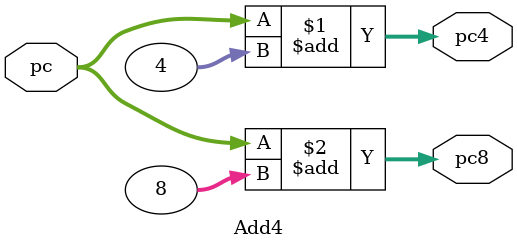
<source format=v>
`timescale 1ns / 1ps
module Add4(
    input [31:0] pc,
    output [31:0] pc4,
    output [31:0] pc8
    );
	 
	 assign pc4=pc+4;
	 assign pc8=pc+8;

endmodule

</source>
